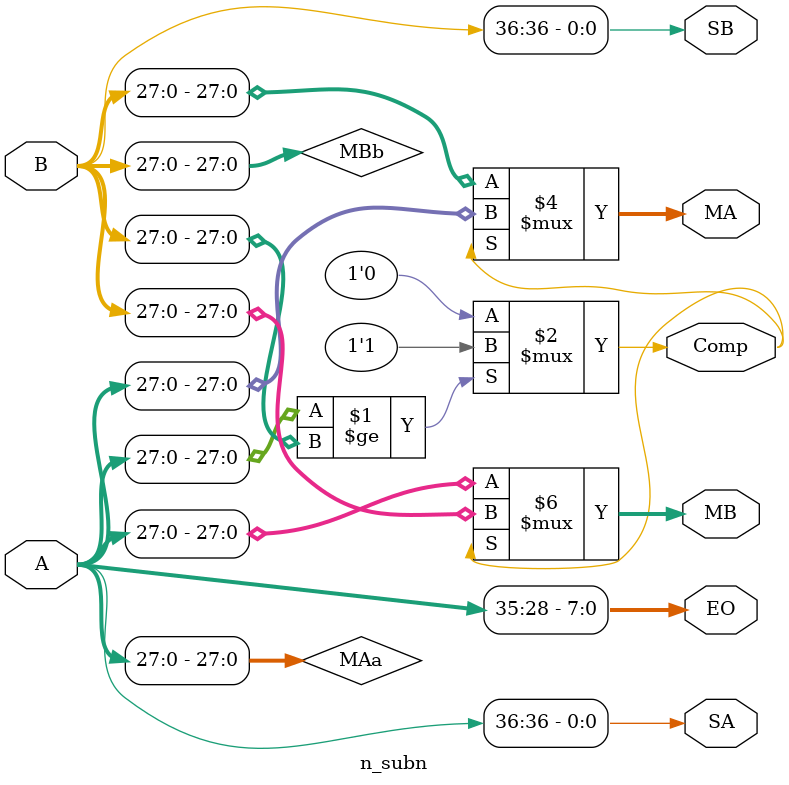
<source format=v>
module n_subn (
    input [36:0] A,
    input [36:0] B,

    output Comp,
    output SA,
    output SB,
    output [7:0] EO,
    output [27:0] MA,
    output [27:0] MB
);
  wire [27:0] MAa, MBb;

  assign MAa  = A[27:0];
  assign MBb  = B[27:0];


  assign SA   = A[36];
  assign SB   = B[36];

  assign Comp = (MAa >= MBb) ? 1'b1 : 1'b0;

  assign EO   = A[35:28];

  assign MA   = (Comp == 1'b1) ? MAa : MBb;
  assign MB   = (Comp == 1'b1) ? MBb : MAa;
endmodule

</source>
